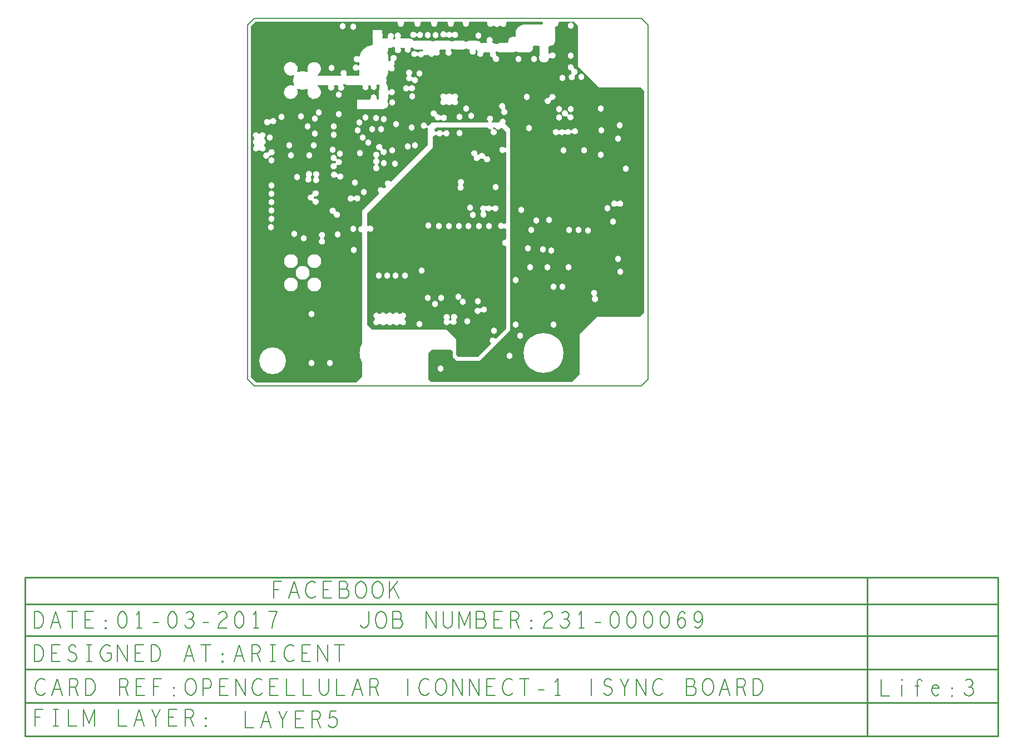
<source format=gbr>
G04 ================== begin FILE IDENTIFICATION RECORD ==================*
G04 Layout Name:  Fb_Connect1_SYNC_Life-3.brd*
G04 Film Name:    L5-PWR.gbr*
G04 File Format:  Gerber RS274X*
G04 File Origin:  Cadence Allegro 16.6-2015-S065*
G04 Origin Date:  Tue Jan 03 17:02:02 2017*
G04 *
G04 Layer:  VIA CLASS/PWR*
G04 Layer:  PIN/PWR*
G04 Layer:  ETCH/PWR*
G04 Layer:  DRAWING FORMAT/L5*
G04 Layer:  DRAWING FORMAT/FILM_LABEL_OUTLINE*
G04 Layer:  BOARD GEOMETRY/OUTLINE*
G04 *
G04 Offset:    (0.000 0.000)*
G04 Mirror:    No*
G04 Mode:      Positive*
G04 Rotation:  0*
G04 FullContactRelief:  No*
G04 UndefLineWidth:     6.000*
G04 ================== end FILE IDENTIFICATION RECORD ====================*
%FSLAX25Y25*MOIN*%
%IR0*IPPOS*OFA0.00000B0.00000*MIA0B0*SFA1.00000B1.00000*%
%ADD10C,.022*%
%ADD11C,.01*%
%ADD12C,.006*%
%ADD16C,.160004*%
%ADD14C,.238666*%
%ADD15C,.083004*%
%ADD13C,.038004*%
G75*
%LPD*%
G75*
G36*
G01X67096Y192094D02*
G02X66407Y191817I-400J0D01*
G03Y189183I-1369J-1317D01*
G02X67096Y188906I288J-277D01*
G01Y186528D01*
G03X67126Y186116I2800J0D01*
G02X66730Y185658I-396J-59D01*
G01X59764D01*
G03X59407Y185635I0J-2800D01*
G01X59357Y185628D01*
X59123Y185718D01*
X59217Y185964D01*
X59240Y185990D01*
G03X56384Y185963I-1440J1240D01*
G02X56207Y185632I-149J-133D01*
G03X55828Y185658I-380J-2774D01*
G01X42568D01*
G02X42348Y186392I0J400D01*
G03X36199Y188386I-2272J3473D01*
G02X35643Y187887I-374J-143D01*
G03X30494I-2574J-5030D01*
G02X29938Y188386I-182J356D01*
G03X27540Y185988I-3877J1480D01*
G02X28039Y185432I143J-374D01*
G03Y180283I5030J-2574D01*
G02X27540Y179727I-356J-182D01*
G03X29938Y177329I-1480J-3878D01*
G02X30494Y177828I374J143D01*
G03X35643I2574J5030D01*
G02X36199Y177329I182J-356D01*
G03X42348Y179323I3877J-1480D01*
G02X42568Y180057I219J335D01*
G01X48177D01*
G02X48538Y179484I0J-400D01*
G03X51962I1712J-824D01*
G02X52323Y180057I360J173D01*
G01X54199D01*
G02X54550Y179466I0J-400D01*
G03X57473Y179989I1670J-906D01*
G02X57498Y180610I264J301D01*
G03X57796Y180866I-1671J2247D01*
G03X59764Y180057I1969J1991D01*
G01X68722D01*
G02X69093Y179510I0J-400D01*
G03X72613Y179544I1767J-700D01*
G02X73046Y180094I369J155D01*
G03X73496Y180057I450J2764D01*
G01X73531D01*
G02X73909Y179526I0J-400D01*
G03X77395Y179774I1796J-621D01*
G02X77750Y180357I356J183D01*
G01X78078D01*
G03X78859Y180483I0J2500D01*
G02X79364Y179978I125J-380D01*
G03X79239Y179196I2375J-782D01*
G01Y178191D01*
G03X78939Y176930I2500J-1261D01*
G01Y172268D01*
G03X78961Y171919I2800J0D01*
G02X78564Y171469I-397J-50D01*
G01X77803D01*
G02X77438Y172031I0J400D01*
G03X73962I-1738J769D01*
G02X73597Y171469I-366J-162D01*
G01X69968D01*
G03X69373Y171405I0J-2800D01*
G01X69352Y171400D01*
X65900D01*
Y165800D01*
X70000D01*
Y165868D01*
X81739D01*
G03X83884Y170468I0J2800D01*
G03X84539Y172268I-2145J1800D01*
G01Y174308D01*
G02X85228Y174585I400J0D01*
G03X84917Y176781I1372J1315D01*
G01X84860Y176674D01*
X84539D01*
Y176930D01*
G03X84239Y178191I-2800J0D01*
G01Y179196D01*
G03X83310Y181142I-2500J0D01*
G02X83244Y181697I251J311D01*
G03Y184018I-1505J1160D01*
G02X83310Y184573I317J244D01*
G03X84239Y186519I-1570J1946D01*
G01Y187078D01*
G03X84539Y188339I-2500J1261D01*
G01Y188863D01*
G02X84909Y188970I200J0D01*
G03X87944Y191238I1607J1015D01*
G02X87941Y191762I301J264D01*
G03X88149Y193944I-1441J1238D01*
G02X88358Y194517I347J199D01*
G03X86051Y195356I-658J1783D01*
G02X85842Y194783I-347J-199D01*
G03X85211Y194396I658J-1783D01*
G02X84539Y194690I-271J294D01*
G01Y197668D01*
G03X83884Y199468I-2800J0D01*
G03X84539Y201268I-2145J1800D01*
G01Y202368D01*
X85896D01*
G03X87696Y203023I0J2800D01*
G03X88435Y202577I1800J2145D01*
G02X88634Y202014I-152J-370D01*
G03X91948Y202045I1666J-914D01*
G01X91936Y202067D01*
X91923Y202116D01*
G02X92116Y202368I193J53D01*
G01X92286D01*
X92320Y202335D01*
X94037D01*
G02X94415Y201804I0J-400D01*
G03X97972Y201893I1795J-624D01*
G02X98239Y202429I371J150D01*
G03X98791Y202640I-721J2706D01*
G02X99053Y202565I91J-178D01*
G03X101456Y201203I2403J1438D01*
G01X105084D01*
G02X105452Y200646I0J-400D01*
G03X105386Y200465I1748J-746D01*
G02X104835Y200222I-382J119D01*
G03X102457Y199565I-804J-1722D01*
G02X101774Y199600I-331J224D01*
G03X101674Y197635I-1674J-900D01*
G02X102357Y197600I331J-224D01*
G03X105845Y197935I1674J900D01*
G02X106396Y198178I382J-119D01*
G03X108068Y198210I804J1722D01*
G02X108608Y198036I183J-356D01*
G03X111869Y197828I1692J864D01*
G02X112426Y197933I330J-226D01*
G03X115066Y200577I1074J1567D01*
G02X115395Y201203I330J227D01*
G01X118735D01*
G02X119065Y200577I0J-400D01*
G03X121985Y200833I1566J-1076D01*
G02X122098Y201474I285J281D01*
G03X122696Y201858I-1203J2529D01*
G03X124496Y201203I1800J2145D01*
G01X129185D01*
G03X131155Y202013I0J2800D01*
G03X133125Y201203I1970J1990D01*
G01X133223D01*
G02X133402Y200913I0J-200D01*
G03X136744Y201012I1698J-853D01*
G01X136679Y201125D01*
X136834Y201338D01*
X136893Y201358D01*
G03X137091Y201436I-920J2645D01*
G03X137956Y200355I2349J993D01*
G02X138049Y199798I-233J-325D01*
G03X141449Y199136I1551J-1098D01*
G02X141839Y199628I389J92D01*
G01X145196D01*
G02X145561Y199067I0J-400D01*
G03X146874Y196448I1739J-767D01*
G02X147180Y196003I-90J-390D01*
G03X149488Y197590I1882J-265D01*
G02X149182Y198035I90J390D01*
G03X148792Y199476I-1882J265D01*
G02X148893Y200062I314J248D01*
G03X149196Y200284I-1497J2366D01*
G03X150996Y199628I1800J2145D01*
G01X159146D01*
G03X160946Y200284I0J2800D01*
G03X162746Y199628I1800J2145D01*
G01X168529D01*
G03X171254Y203073I0J2800D01*
G02X171643Y203565I389J92D01*
G01X174231D01*
G03X174580Y203587I0J2800D01*
G02X175030Y203190I50J-397D01*
G01Y197961D01*
G03X180902Y196205I2800J-1331D01*
G02X181574Y196439I396J-55D01*
G03X181354Y198936I1313J1374D01*
G02X180631Y199172I-323J236D01*
G01Y203141D01*
G02X181098Y203535I400J0D01*
G03X184371Y206295I473J2760D01*
G01Y213423D01*
G03X184291Y214437I-6438J0D01*
G02X184688Y214900I395J63D01*
G03X186510Y217378I12J1900D01*
G02X186891Y217900I381J122D01*
G01X195900D01*
X198100Y215700D01*
Y191300D01*
X210800Y178600D01*
X235900D01*
X237700Y176800D01*
Y43900D01*
X235300Y41500D01*
X209400D01*
X199100Y31200D01*
Y6900D01*
X194700Y2500D01*
X110000D01*
X108400Y4100D01*
Y19800D01*
X110400Y21800D01*
X122000D01*
X123300Y20500D01*
Y17000D01*
X125400Y14900D01*
X139100D01*
X157500Y33300D01*
Y95675D01*
G03Y95725I-1900J25D01*
G01Y153900D01*
X154493Y156907D01*
G03X151202Y158117I-1393J1293D01*
G02X150802Y157700I-400J-17D01*
G01X146848D01*
G02X146610Y158422I0J400D01*
G03X144352I-1129J1528D01*
G02X144114Y157700I-238J-322D01*
G01X110400D01*
X108379Y155679D01*
G02X107697Y155937I-283J283D01*
G03X107287Y154637I-1897J-117D01*
G02X108000Y154388I313J-249D01*
G01Y144100D01*
X86268Y122368D01*
G02X85675Y122398I-283J283D01*
G03X83002Y119725I-1475J-1198D01*
G02X83032Y119132I-252J-310D01*
G01X82154Y118254D01*
G02X81546Y118305I-283J283D01*
G03X78895Y115654I-1546J-1105D01*
G02X78946Y115046I-233J-325D01*
G01X68900Y105000D01*
Y96092D01*
G02X68465Y95693I-400J0D01*
G03Y91907I-165J-1893D01*
G02X68900Y91508I35J-398D01*
G01Y25723D01*
G03Y13733I10318J-5995D01*
G01Y5600D01*
X65400Y2100D01*
X5400D01*
X2100Y5400D01*
Y215200D01*
X4800Y217900D01*
X89883D01*
G02X90251Y217344I0J-400D01*
G03X93749I1749J-744D01*
G02X94117Y217900I368J157D01*
G01X99883D01*
G02X100251Y217344I0J-400D01*
G03X103749I1749J-744D01*
G02X104117Y217900I368J157D01*
G01X109883D01*
G02X110251Y217344I0J-400D01*
G03X113749I1749J-744D01*
G02X114117Y217900I368J157D01*
G01X119883D01*
G02X120251Y217344I0J-400D01*
G03X123749I1749J-744D01*
G02X124117Y217900I368J157D01*
G01X128883D01*
G02X129251Y217344I0J-400D01*
G03X132749I1749J-744D01*
G02X133117Y217900I368J157D01*
G01X143563D01*
G02X143938Y217361I0J-400D01*
G03X147255Y215580I1782J-661D01*
G02X147913Y215562I323J-236D01*
G03X151103Y215571I1592J1038D01*
G02X151763Y215589I336J-216D01*
G03X155086Y217361I1541J1111D01*
G02X155461Y217900I375J139D01*
G01X176792D01*
G02X177182Y217409I0J-400D01*
G03X177100Y216737I3018J-709D01*
G02X176606Y216353I-400J5D01*
G03X175364Y216500I-1242J-5154D01*
G01X166726D01*
G03X162311Y214671I0J-6244D01*
G01X161930Y214290D01*
G03X160700Y211320I2970J-2970D01*
G01Y208969D01*
X159076D01*
G03X156316Y205696I0J-2800D01*
G02X155922Y205229I-394J-67D01*
G01X150996D01*
G03X149196Y204574I0J-2800D01*
G03X147396Y205229I-1800J-2145D01*
G01X146994D01*
G02X146682Y205879I0J400D01*
G03X143718I-1482J1189D01*
G02X143406Y205229I-312J-250D01*
G01X141071D01*
G03X140176Y205082I0J-2800D01*
G03X137865Y206553I-2311J-1078D01*
G01X137130D01*
X137092Y206570D01*
G03X135973Y206804I-1119J-2567D01*
G01X133125D01*
G03X131155Y205993I0J-2800D01*
G03X129185Y206804I-1970J-1990D01*
G01X124496D01*
G03X122696Y206148I0J-2800D01*
G03X120896Y206804I-1800J-2145D01*
G01X112996D01*
G03X111196Y206148I0J-2800D01*
G03X109396Y206804I-1800J-2145D01*
G01X101455D01*
G03X100184Y206498I0J-2800D01*
G02X99921Y206573I-91J178D01*
G03X97519Y207935I-2403J-1438D01*
G01X93877D01*
X93849Y207940D01*
G03X93435Y207969I-403J-2771D01*
G01X92076D01*
G02X91750Y208600I0J400D01*
G03X88762Y208458I-1550J1100D01*
G02X88589Y207818I-303J-261D01*
G03X87696Y207314I907J-2649D01*
G03X87455Y207494I-1800J-2145D01*
G02X87386Y208100I223J332D01*
G03X84302Y208548I-1386J1300D01*
G02X83944Y207969I-358J-179D01*
G01X81739D01*
G03X81341Y207940I0J-2800D01*
G02X80884Y208338I-57J396D01*
G01X80885Y208603D01*
X80902Y208641D01*
G03X80897Y211172I-2833J1259D01*
G01X80904Y212900D01*
X78851D01*
X78827Y212906D01*
G03X77312I-757J-3006D01*
G01X77288Y212900D01*
X75305D01*
X75298Y211290D01*
X75278Y211249D01*
G03X75285Y208536I2791J-1349D01*
G01X75269Y205009D01*
G03X75314Y204509I2800J0D01*
G02X74953Y204039I-394J-71D01*
G03X69587Y201552I710J-8565D01*
G01X69587Y201551D01*
G03X67302Y197402I6014J-6014D01*
G02X66684Y197161I-390J88D01*
G03X66505Y193929I-1084J-1561D01*
G02X67096Y193578I191J-352D01*
G01Y192094D01*
G37*
G36*
G01X154876Y97457D02*
G03X154200Y96985I724J-1757D01*
G02X153597Y97001I-295J271D01*
G03X153530Y94507I-1466J-1209D01*
G02X154134Y94491I295J-271D01*
G03X154876Y93943I1466J1209D01*
G01X155000Y93892D01*
Y88031D01*
G02X154588Y87631I-400J0D01*
G03Y83832I-57J-1899D01*
G02X155000Y83432I12J-400D01*
G01Y34000D01*
X149218Y28218D01*
G02X148607Y28273I-283J283D01*
G03X145962Y25629I-1561J-1083D01*
G02X146017Y25017I-228J-329D01*
G01X138300Y17300D01*
X126400D01*
X125300Y18400D01*
Y27800D01*
X119500Y33600D01*
X97619D01*
G03X97581I-19J-1900D01*
G01X74900D01*
X71800Y36700D01*
Y92356D01*
G02X72461Y92659I400J0D01*
G03Y95541I1239J1441D01*
G02X71800Y95844I-261J303D01*
G01Y103500D01*
X111000Y142700D01*
Y148905D01*
G02X111374Y149304I400J0D01*
G03X112902Y150261I-124J1896D01*
G02X113598I348J-198D01*
G03X116902I1652J939D01*
G02X117598I348J-198D01*
G03Y152139I1652J939D01*
G02X116902I-348J198D01*
G03X113598I-1652J-939D01*
G02X112902I-348J198D01*
G03X112124Y152887I-1652J-939D01*
G02X112025Y153525I184J355D01*
G01X113200Y154700D01*
X143927D01*
G03X145755Y153706I1674J900D01*
G02X146108Y153068I33J-399D01*
G03X147475Y153824I1522J-1137D01*
G02X147122Y154463I-33J399D01*
G03X147274Y154700I-1522J1137D01*
G01X148392D01*
X148443Y154576D01*
G03X151843Y154346I1757J724D01*
G02X152472Y154428I346J-201D01*
G01X155000Y151900D01*
Y142871D01*
G02X154310Y142596I-400J0D01*
G03Y139981I-1379J-1307D01*
G02X155000Y139706I290J-275D01*
G01Y97508D01*
X154876Y97457D01*
G37*
%LPC*%
G75*
G36*
G01X45803Y88026D02*
G02X43771Y88010I-1003J-1614D01*
G03X43766Y88686I-217J336D01*
G02X45797Y88702I1003J1614D01*
G03X45803Y88026I217J-336D01*
G37*
G36*
G01X40372Y112104D02*
G02X39086Y110561I596J-1804D01*
G03X38565Y110996I-396J55D01*
G02Y114604I-596J1804D01*
G03X39086Y115039I126J380D01*
G02X40372Y113496I1882J261D01*
G03X39851Y113061I-126J-380D01*
G02Y112539I-1882J-261D01*
G03X40372Y112104I396J-55D01*
G37*
G36*
G01X63659Y111190D02*
G02X63569Y113205I-1654J935D01*
G03X64246Y113235I329J227D01*
G02X64336Y111220I1654J-935D01*
G03X63659Y111190I-329J-227D01*
G37*
G36*
G01X54518Y126774D02*
G02X53910Y124795I1219J-1458D01*
G03X53268Y124992I-385J-110D01*
G02X53877Y126971I-1219J1458D01*
G03X54518Y126774I385J110D01*
G37*
G36*
G01X78239Y132052D02*
G02X76361I-939J-1652D01*
G03Y132748I-198J348D01*
G02Y136052I939J1652D01*
G03Y136748I-198J348D01*
G02X78239I939J1652D01*
G03Y136052I198J-348D01*
G02Y132748I-939J-1652D01*
G03Y132052I198J-348D01*
G37*
G36*
G01X53568Y131800D02*
G02X52517Y133166I-1868J-350D01*
G03X53082Y133600I172J361D01*
G02X53078Y134279I1868J350D01*
G03X52522Y134714I-394J69D01*
G02X53622Y136121I-772J1736D01*
G03X54178Y135686I394J-69D01*
G02X54133Y132234I772J-1736D01*
G03X53568Y131800I-172J-361D01*
G37*
G36*
G01X81324Y141863D02*
G02X79902Y140616I376J-1863D01*
G03X79445Y141137I-378J130D01*
G02X80866Y142384I-376J1863D01*
G03X81324Y141863I378J-130D01*
G37*
G36*
G01X6852Y141161D02*
G02X4261Y143752I-1652J939D01*
G03Y144448I-198J348D01*
G02Y147752I939J1652D01*
G03Y148448I-198J348D01*
G02X6852Y151039I939J1652D01*
G03X7548I348J198D01*
G02X10139Y148448I1652J-939D01*
G03Y147752I198J-348D01*
G02Y144448I-939J-1652D01*
G03Y143752I198J-348D01*
G02X7548Y141161I-939J-1652D01*
G03X6852I-348J-198D01*
G37*
G36*
G01X186428Y150771D02*
G02Y153029I-1528J1129D01*
G03X187072I322J238D01*
G02X190022Y153161I1528J-1129D01*
G03X190648Y153196I299J265D01*
G02X193831Y153074I1552J-1096D01*
G03X194544Y153127I343J205D01*
G02X194669Y151426I1756J-727D01*
G03X193956Y151373I-343J-205D01*
G02X190778Y150839I-1756J727D01*
G03X190152Y150804I-299J-265D01*
G02X187072Y150771I-1552J1096D01*
G03X186428I-322J-238D01*
G37*
G36*
G01X192731Y162453D02*
G02X191797Y161130I937J-1653D01*
G03X191206Y161547I-394J69D01*
G02X192140Y162870I-937J1653D01*
G03X192731Y162453I394J-69D01*
G37*
G36*
G01X101863Y211064D02*
G02X101822Y209208I1637J-964D01*
G03X101124Y209223I-353J-188D01*
G02X101165Y211079I-1637J964D01*
G03X101863Y211064I353J188D01*
G37*
G36*
G01X207058Y53345D02*
G03X206958Y53984I-283J283D01*
G02X209167Y54330I867J1691D01*
G03X209267Y53691I283J-283D01*
G02X207058Y53345I-867J-1691D01*
G37*
G36*
G01X53039Y104800D02*
G03X53484Y104388I400J-15D01*
G02X51801Y102570I216J-1888D01*
G03X51356Y102982I-400J15D01*
G02X53039Y104800I-216J1888D01*
G37*
G36*
G01X221966Y107867D02*
G03X221358I-304J-260D01*
G02Y110333I-1446J1233D01*
G03X221966I304J260D01*
G02Y107867I1446J-1233D01*
G37*
G36*
G01X42491Y125219D02*
G03X42473Y124610I251J-312D01*
G02X40009Y124681I-1273J-1410D01*
G03X40027Y125290I-251J312D01*
G02X42491Y125219I1273J1410D01*
G37*
G36*
G01X35370Y125049D02*
G03X35422Y125605I-259J305D01*
G02X38130Y125351I1478J1195D01*
G03X38078Y124795I259J-305D01*
G02X35370Y125049I-1478J-1195D01*
G37*
G36*
G01X13818Y138141D02*
G03X13267Y137788I-151J-370D01*
G02X12088Y139627I-1898J81D01*
G03X12638Y139981I151J370D01*
G02X13818Y138141I1898J-81D01*
G37*
G36*
G01X14177Y157136D02*
G03X13545Y157037I-279J-287D01*
G02X13192Y159295I-1677J894D01*
G03X13823Y159394I279J287D01*
G02X14177Y157136I1677J-894D01*
G37*
G36*
G01X115752Y161796D02*
G03X116378Y161761I327J231D01*
G02X116248Y159404I1422J-1261D01*
G03X115622Y159439I-327J-231D01*
G02X112302Y160790I-1422J1261D01*
G03X111867Y161207I-400J19D01*
G02X113598Y163010I-167J1893D01*
G03X114033Y162593I400J-19D01*
G02X115752Y161796I167J-1893D01*
G37*
G36*
G01X154328Y166422D02*
G03X154547Y165820I335J-219D01*
G02X152410Y165040I-547J-1820D01*
G03X152190Y165642I-335J219D01*
G02X154328Y166422I547J1820D01*
G37*
G36*
G01X119554Y168567D02*
G03X118946I-304J-260D01*
G02X116267Y171246I-1446J1233D01*
G03Y171854I-260J304D01*
G02X118946Y174533I1233J1446D01*
G03X119554I304J260D01*
G02X122446I1446J-1233D01*
G03X123054I304J260D01*
G02X125733Y171854I1446J-1233D01*
G03Y171246I260J-304D01*
G02X123054Y168567I-1233J-1446D01*
G03X122446I-304J-260D01*
G02X119554I-1446J1233D01*
G37*
G36*
G01X182388Y171152D02*
G03X181896Y170737I-93J-389D01*
G02X180442Y172460I-1896J-125D01*
G03X180935Y172875I93J389D01*
G02X182388Y171152I1896J125D01*
G37*
G36*
G01X97290Y176927D02*
G03X96681Y176909I-297J-268D01*
G02X96610Y179373I-1481J1191D01*
G03X97219Y179391I297J268D01*
G02X97290Y176927I1481J-1191D01*
G37*
G36*
G01X98801Y184806D02*
G03X99410Y184606I379J128D01*
G02X98699Y182444I1090J-1556D01*
G03X98090Y182644I-379J-128D01*
G02X95720Y185604I-1090J1556D01*
G03Y186196I-269J296D01*
G02X98280I1280J1404D01*
G03Y185604I269J-296D01*
G02X98801Y184806I-1280J-1404D01*
G37*
G36*
G01X196494Y186141D02*
G03X196211Y185590I83J-391D01*
G02X194074Y186690I-1742J-759D01*
G03X194358Y187241I-83J391D01*
G02X194236Y188372I1742J759D01*
G03X193845Y188850I-392J78D01*
G02X195714Y190378I5J1900D01*
G03X196105Y189900I392J-78D01*
G02X196494Y186141I-5J-1900D01*
G37*
G36*
G01X123054Y208967D02*
G03X122446I-304J-260D01*
G02X119484Y209054I-1446J1233D01*
G03X118876Y209089I-319J-241D01*
G02X119016Y211546I-1375J1311D01*
G03X119624Y211511I319J241D01*
G02X122446Y211433I1376J-1311D01*
G03X123054I304J260D01*
G02Y208967I1446J-1233D01*
G37*
G36*
G01X135715Y136977D02*
G03X135450Y137481I-381J121D01*
G02X137810Y138723I551J1819D01*
G03X138076Y138219I381J-121D01*
G02X138288Y138141I-550J-1819D01*
G03X138821Y138367I159J367D01*
G02X142496Y137828I1779J-667D01*
G03X143035Y137480I399J27D01*
G02X141804Y135572I665J-1780D01*
G03X141265Y135920I-399J-27D01*
G02X139839Y135959I-665J1780D01*
G03X139304Y135733I-160J-367D01*
G02X135708Y135844I-1779J667D01*
G02X135715Y136977I1817J556D01*
G37*
G36*
G01X129250Y120569D02*
G03X129221Y119995I263J-301D01*
G02X126580Y120131I-1390J-1295D01*
G03X126610Y120705I-263J301D01*
G02X129250Y120569I1390J1295D01*
G37*
G36*
G01X140453Y44322D02*
G03X139806Y44191I-279J-287D01*
G02X139380Y46290I-1751J738D01*
G03X140028Y46422I279J287D01*
G02X140453Y44322I1751J-738D01*
G37*
G36*
G01X142596Y104152D02*
G02X140239Y104021I-1096J-1552D01*
G03X140204Y104648I-265J299D01*
G02X142653Y107534I1096J1552D01*
G03X143239Y107552I285J281D01*
G02X146321Y107239I1430J-1252D01*
G03X147016I348J198D01*
G02Y105361I1652J-939D01*
G03X146321I-348J-198D01*
G02X143316Y104966I-1652J939D01*
G03X142730Y104948I-285J-281D01*
G02X142561Y104779I-1430J1251D01*
G03X142596Y104152I265J-299D01*
G37*
G36*
G01X121214Y37381D02*
G02X118059Y39439I-1714J819D01*
G03Y39961I-303J261D01*
G02X120941I1441J1239D01*
G03Y39439I303J-261D01*
G02X121172Y39102I-1441J-1239D01*
G03X121886Y39119I352J190D01*
G02X122296Y39682I1715J-819D01*
G03X122348Y40204I-275J291D01*
G02X125204Y39918I1552J1096D01*
G03X125152Y39396I275J-291D01*
G02X121928Y37398I-1552J-1096D01*
G03X121214Y37381I-352J-190D01*
G37*
G36*
G01X79029Y37151D02*
G02X76438Y39742I-1652J939D01*
G03Y40438I-198J348D01*
G02X79029Y43028I939J1652D01*
G03X79724I348J198D01*
G02X83029I1652J-939D01*
G03X83724I348J198D01*
G02X87029I1652J-939D01*
G03X87724I348J198D01*
G02X91029I1652J-939D01*
G03X91724I348J198D01*
G02X94315Y40438I1652J-939D01*
G03Y39742I198J-348D01*
G02X91724Y37151I-939J-1652D01*
G03X91029I-348J-198D01*
G02X87724I-1652J939D01*
G03X87029I-348J-198D01*
G02X83724I-1652J939D01*
G03X83029I-348J-198D01*
G02X79724I-1652J939D01*
G03X79029I-348J-198D01*
G37*
G54D16*
X15000Y15000D03*
G54D14*
X177643Y19728D03*
G54D15*
X40076Y74550D03*
X33068Y67542D03*
X40076Y60535D03*
X26061Y74550D03*
Y60535D03*
G54D13*
X223080Y155890D03*
X212000Y153200D03*
X211980Y166153D03*
X222200Y147900D03*
X211869Y138532D03*
X226742Y129958D03*
X215789Y106211D03*
X219000Y98300D03*
X223331Y68331D03*
X222000Y76000D03*
X200190Y185012D03*
X201800Y140900D03*
X198331Y93300D03*
X204280Y93162D03*
X193713Y215587D03*
Y197813D03*
X188968Y184400D03*
X186668Y160800D03*
Y165800D03*
X193668D03*
X189468Y140988D03*
X180978Y99222D03*
X192731Y93300D03*
X179689Y70911D03*
X182248Y81052D03*
X192484Y71016D03*
X183500Y59500D03*
X188700Y59300D03*
X183468Y36700D03*
X162336Y195738D03*
X171768D03*
X167600Y172900D03*
X168957Y154247D03*
X164031Y105506D03*
X170031Y93300D03*
X173300Y99124D03*
X169453Y70947D03*
X177130Y81600D03*
X168100Y82450D03*
X160668Y63400D03*
X160968Y36700D03*
X163600Y29900D03*
X157158Y18090D03*
X138500Y209600D03*
X134000Y161800D03*
X131100Y166000D03*
X127200Y161200D03*
X112900Y210100D03*
X115679Y10340D03*
X108300Y210200D03*
X103300Y186900D03*
X98700Y173350D03*
X98600Y154850D03*
X96235Y143235D03*
X100518Y143999D03*
X86950Y169550D03*
X77144Y160456D03*
X89000Y156800D03*
X80105Y153850D03*
X81700Y159800D03*
X86700Y141100D03*
X88500Y133000D03*
X81700Y133400D03*
X63550Y215000D03*
X67200Y157800D03*
X74700Y153700D03*
X66000Y153100D03*
X70800Y160800D03*
X67650Y139350D03*
X72605Y145850D03*
X69300Y148800D03*
X64400Y121600D03*
X69800Y116200D03*
X63400Y93950D03*
X63700Y81500D03*
X57224Y215224D03*
X50501Y190500D03*
X54824Y174476D03*
X51900Y155300D03*
X54824Y162861D03*
X42717Y163783D03*
X55400Y138950D03*
X51050Y141450D03*
X51900Y150300D03*
X54100Y90700D03*
X49527Y13803D03*
X36217Y155402D03*
X40500Y160000D03*
X32000Y161500D03*
X40500Y150900D03*
X39887Y143900D03*
X25300Y143950D03*
X37000Y138000D03*
X26000D03*
X29800Y125200D03*
X33768Y88500D03*
X28047Y91100D03*
X38500Y42900D03*
X38527Y13808D03*
X20500Y161000D03*
X13500Y148600D03*
X14537Y134900D03*
Y119900D03*
Y114900D03*
Y109900D03*
Y104900D03*
X14300Y95132D03*
X14537Y99900D03*
X88877Y66064D03*
X83677Y65990D03*
X78877Y66090D03*
X103268Y37183D03*
X94468Y66000D03*
X108177Y52743D03*
X104577Y69037D03*
X108418Y96182D03*
X112588Y48899D03*
X116076Y52857D03*
X126415Y53390D03*
X114831Y95792D03*
X120831Y95818D03*
X131777Y38790D03*
X129327Y50290D03*
X138027Y50643D03*
X126868Y95792D03*
X132468D03*
X138831Y95818D03*
X133550Y106750D03*
X135200Y102300D03*
X127100Y151400D03*
X147930Y33000D03*
X144668Y95792D03*
X148900Y119100D03*
%LPD*%
G75*
G54D10*
X5400Y124800D03*
Y128800D03*
X24900Y104300D03*
X13400Y124800D03*
X9400D03*
Y128800D03*
X13400D03*
X32600Y43600D03*
Y39600D03*
X36000Y85532D03*
X27800Y106700D03*
X27900Y102200D03*
X29500Y139500D03*
X40000D03*
X27724Y162500D03*
X50269Y82100D03*
X51770Y165630D03*
X56300Y198000D03*
X46500Y207800D03*
X59300Y115753D03*
X67100Y131600D03*
Y127600D03*
X60300Y197900D03*
X70500Y213600D03*
X79977Y95890D03*
X84477Y91190D03*
X79977D03*
X89477D03*
Y96190D03*
X84477Y95890D03*
X79977Y100590D03*
X89477Y100890D03*
X84477Y100590D03*
X80136Y150100D03*
X87800Y179500D03*
X90500Y177300D03*
X104300Y82500D03*
X94377Y86190D03*
X107500Y88700D03*
X104177Y86190D03*
X99477Y91190D03*
X94477D03*
X104177D03*
X99477Y96190D03*
X94477D03*
X99577Y86190D03*
X107400Y84700D03*
X94477Y100890D03*
X99477D03*
X103382Y150462D03*
X109300Y174000D03*
X98700Y167700D03*
X121177Y15390D03*
Y19321D03*
X125500Y106000D03*
X125600Y109000D03*
X124200Y135800D03*
Y139800D03*
X122600Y161200D03*
X117100Y199400D03*
X127177Y19321D03*
X139911Y31624D03*
X133377Y18990D03*
X128900Y106000D03*
Y109100D03*
X128200Y135800D03*
Y139800D03*
X133200Y150900D03*
X131950Y198900D03*
X141746Y216700D03*
X135165D03*
X159768Y49000D03*
X159700Y52700D03*
X158931Y92500D03*
X145481Y165600D03*
X145000Y171300D03*
X144200Y188100D03*
X156500Y211400D03*
X159600D03*
X172468Y36700D03*
X166968D03*
X163668Y49000D03*
X163600Y52700D03*
X175531Y93000D03*
X164431D03*
X168957Y160247D03*
Y166153D03*
X188968Y36700D03*
X177968D03*
X186531Y93000D03*
X181031D03*
X183968Y140988D03*
X190900Y189200D03*
X194468Y36700D03*
X201370Y51970D03*
X195190Y140988D03*
X203100Y173600D03*
X199100D03*
X217772Y116800D03*
X211980Y160247D03*
X231811Y115689D03*
G54D11*
G01X-133069Y-114500D02*
X371600D01*
Y-209700D01*
X-133069D01*
G01Y-114500D02*
Y-209700D01*
G01Y-189700D02*
X449900D01*
G01X-133069Y-169700D02*
X449900D01*
G01X-133069Y-149700D02*
X449900D01*
G01X-133069Y-130500D02*
X449900D01*
G01X371600Y-114500D02*
X449900D01*
Y-209700D01*
X371600D01*
G54D12*
G01X-127194Y-203500D02*
Y-193500D01*
X-122444D01*
G01X-124194Y-198333D02*
X-127194D01*
G01X-116319Y-193500D02*
X-113320D01*
G01X-114819D02*
Y-203500D01*
G01X-116319D02*
X-113320D01*
G01X-107319Y-193500D02*
Y-203500D01*
X-102319D01*
G01X-98069D02*
Y-193500D01*
X-94819Y-201833D01*
X-91569Y-193500D01*
Y-203500D01*
G01X-77319Y-193500D02*
Y-203500D01*
X-72319D01*
G01X-67944D02*
X-64819Y-193500D01*
X-61694Y-203500D01*
G01X-62819Y-200000D02*
X-66819D01*
G01X-54819Y-203500D02*
Y-199000D01*
X-57319Y-193500D01*
G01X-52319D02*
X-54819Y-199000D01*
G01X-42319Y-203500D02*
X-47319D01*
Y-193500D01*
X-42319D01*
G01X-44319Y-198333D02*
X-47319D01*
G01X-37319Y-203500D02*
Y-193500D01*
X-34194D01*
X-33194Y-194000D01*
X-32569Y-194667D01*
X-32319Y-196000D01*
X-32569Y-197333D01*
X-33319Y-198167D01*
X-34194Y-198667D01*
X-37319D01*
G01X-34194D02*
X-32319Y-203500D01*
G01X-24819Y-203833D02*
X-25069Y-203667D01*
Y-203333D01*
X-24819Y-203167D01*
X-24569Y-203333D01*
Y-203667D01*
X-24819Y-203833D01*
G01Y-199334D02*
X-25069Y-199167D01*
Y-198833D01*
X-24819Y-198667D01*
X-24569Y-198833D01*
Y-199167D01*
X-24819Y-199334D01*
G01X-127569Y-165000D02*
Y-155000D01*
X-125069D01*
X-124069Y-155500D01*
X-123319Y-156167D01*
X-122694Y-157166D01*
X-122194Y-158334D01*
X-122069Y-160000D01*
X-122194Y-161667D01*
X-122694Y-162834D01*
X-123319Y-163834D01*
X-124069Y-164500D01*
X-125069Y-165000D01*
X-127569D01*
G01X-112319D02*
X-117319D01*
Y-155000D01*
X-112319D01*
G01X-114319Y-159833D02*
X-117319D01*
G01X-107444Y-163667D02*
X-106444Y-164500D01*
X-105319Y-165000D01*
X-104319D01*
X-103319Y-164500D01*
X-102569Y-163667D01*
X-102194Y-162500D01*
X-102444Y-161334D01*
X-103069Y-160333D01*
X-104194Y-159667D01*
X-105694Y-159333D01*
X-106569Y-158667D01*
X-106944Y-157500D01*
X-106694Y-156333D01*
X-106069Y-155500D01*
X-105194Y-155000D01*
X-104319D01*
X-103444Y-155333D01*
X-102694Y-156167D01*
G01X-96319Y-155000D02*
X-93320D01*
G01X-94819D02*
Y-165000D01*
G01X-96319D02*
X-93320D01*
G01X-84069Y-160000D02*
X-81569D01*
Y-163000D01*
X-82319Y-164000D01*
X-83194Y-164667D01*
X-84444Y-165000D01*
X-85694Y-164667D01*
X-86569Y-164000D01*
X-87319Y-163000D01*
X-87820Y-161833D01*
X-88069Y-160500D01*
Y-159333D01*
X-87820Y-158334D01*
X-87319Y-157166D01*
X-86569Y-156167D01*
X-85819Y-155500D01*
X-84819Y-155000D01*
X-83944D01*
X-82944Y-155333D01*
X-82194Y-156000D01*
G01X-77694Y-165000D02*
Y-155000D01*
X-71944Y-165000D01*
Y-155000D01*
G01X-62319Y-165000D02*
X-67319D01*
Y-155000D01*
X-62319D01*
G01X-64319Y-159833D02*
X-67319D01*
G01X-57569Y-165000D02*
Y-155000D01*
X-55069D01*
X-54069Y-155500D01*
X-53319Y-156167D01*
X-52694Y-157166D01*
X-52194Y-158334D01*
X-52069Y-160000D01*
X-52194Y-161667D01*
X-52694Y-162834D01*
X-53319Y-163834D01*
X-54069Y-164500D01*
X-55069Y-165000D01*
X-57569D01*
G01X-37944D02*
X-34819Y-155000D01*
X-31694Y-165000D01*
G01X-32819Y-161500D02*
X-36819D01*
G01X-24819Y-155000D02*
Y-165000D01*
G01X-27694Y-155000D02*
X-21944D01*
G01X-14819Y-165333D02*
X-15069Y-165167D01*
Y-164833D01*
X-14819Y-164667D01*
X-14569Y-164833D01*
Y-165167D01*
X-14819Y-165333D01*
G01Y-160834D02*
X-15069Y-160667D01*
Y-160333D01*
X-14819Y-160167D01*
X-14569Y-160333D01*
Y-160667D01*
X-14819Y-160834D01*
G01X-7944Y-165000D02*
X-4819Y-155000D01*
X-1694Y-165000D01*
G01X-2819Y-161500D02*
X-6819D01*
G01X2681Y-165000D02*
Y-155000D01*
X5806D01*
X6806Y-155500D01*
X7431Y-156167D01*
X7681Y-157500D01*
X7431Y-158833D01*
X6681Y-159667D01*
X5806Y-160167D01*
X2681D01*
G01X5806D02*
X7681Y-165000D01*
G01X13681Y-155000D02*
X16680D01*
G01X15181D02*
Y-165000D01*
G01X13681D02*
X16680D01*
G01X27931Y-155834D02*
X27181Y-155333D01*
X26306Y-155000D01*
X25306D01*
X24181Y-155500D01*
X23306Y-156333D01*
X22681Y-157333D01*
X22180Y-159000D01*
X22056Y-160500D01*
X22306Y-162000D01*
X22681Y-163000D01*
X23431Y-164000D01*
X24306Y-164667D01*
X25181Y-165000D01*
X26056D01*
X26931Y-164667D01*
X27681Y-164167D01*
X28306Y-163500D01*
G01X37681Y-165000D02*
X32681D01*
Y-155000D01*
X37681D01*
G01X35681Y-159833D02*
X32681D01*
G01X42306Y-165000D02*
Y-155000D01*
X48056Y-165000D01*
Y-155000D01*
G01X55181D02*
Y-165000D01*
G01X52306Y-155000D02*
X58056D01*
G01X-127569Y-145000D02*
Y-135000D01*
X-125069D01*
X-124069Y-135500D01*
X-123319Y-136167D01*
X-122694Y-137166D01*
X-122194Y-138334D01*
X-122069Y-140000D01*
X-122194Y-141667D01*
X-122694Y-142834D01*
X-123319Y-143834D01*
X-124069Y-144500D01*
X-125069Y-145000D01*
X-127569D01*
G01X-117944D02*
X-114819Y-135000D01*
X-111694Y-145000D01*
G01X-112819Y-141500D02*
X-116819D01*
G01X-104819Y-135000D02*
Y-145000D01*
G01X-107694Y-135000D02*
X-101944D01*
G01X-92319Y-145000D02*
X-97319D01*
Y-135000D01*
X-92319D01*
G01X-94319Y-139833D02*
X-97319D01*
G01X-84819Y-145333D02*
X-85069Y-145167D01*
Y-144833D01*
X-84819Y-144667D01*
X-84569Y-144833D01*
Y-145167D01*
X-84819Y-145333D01*
G01Y-140834D02*
X-85069Y-140667D01*
Y-140333D01*
X-84819Y-140167D01*
X-84569Y-140333D01*
Y-140667D01*
X-84819Y-140834D01*
G01X-74819Y-135000D02*
X-75819Y-135333D01*
X-76569Y-136167D01*
X-77069Y-137166D01*
X-77444Y-138500D01*
X-77569Y-140000D01*
X-77444Y-141500D01*
X-77069Y-142834D01*
X-76569Y-143834D01*
X-75819Y-144667D01*
X-74819Y-145000D01*
X-73819Y-144667D01*
X-73069Y-143834D01*
X-72569Y-142834D01*
X-72194Y-141500D01*
X-72069Y-140000D01*
X-72194Y-138500D01*
X-72569Y-137166D01*
X-73069Y-136167D01*
X-73819Y-135333D01*
X-74819Y-135000D01*
G01X-64819Y-145000D02*
Y-135000D01*
X-66319Y-137000D01*
G01Y-145000D02*
X-63320D01*
G01X-56444Y-141667D02*
X-53194D01*
G01X-44819Y-135000D02*
X-45819Y-135333D01*
X-46569Y-136167D01*
X-47069Y-137166D01*
X-47444Y-138500D01*
X-47569Y-140000D01*
X-47444Y-141500D01*
X-47069Y-142834D01*
X-46569Y-143834D01*
X-45819Y-144667D01*
X-44819Y-145000D01*
X-43819Y-144667D01*
X-43069Y-143834D01*
X-42569Y-142834D01*
X-42194Y-141500D01*
X-42069Y-140000D01*
X-42194Y-138500D01*
X-42569Y-137166D01*
X-43069Y-136167D01*
X-43819Y-135333D01*
X-44819Y-135000D01*
G01X-37569Y-143000D02*
X-36819Y-144167D01*
X-35819Y-144833D01*
X-34694Y-145000D01*
X-33694Y-144833D01*
X-32694Y-144000D01*
X-32069Y-143000D01*
X-31944Y-142000D01*
X-32194Y-140834D01*
X-33069Y-140000D01*
X-33944Y-139667D01*
X-35069D01*
G01X-33944D02*
X-33194Y-139167D01*
X-32569Y-138334D01*
X-32319Y-137333D01*
X-32569Y-136333D01*
X-33194Y-135500D01*
X-34319Y-135000D01*
X-35444Y-135167D01*
X-36569Y-135834D01*
G01X-26444Y-141667D02*
X-23194D01*
G01X-17194Y-136667D02*
X-16444Y-135667D01*
X-15569Y-135167D01*
X-14569Y-135000D01*
X-13319Y-135333D01*
X-12444Y-136167D01*
X-12194Y-137166D01*
X-12319Y-138167D01*
X-12819Y-139000D01*
X-15319Y-140667D01*
X-16444Y-141833D01*
X-17194Y-143500D01*
X-17444Y-145000D01*
X-12194D01*
G01X-4819Y-135000D02*
X-5819Y-135333D01*
X-6569Y-136167D01*
X-7069Y-137166D01*
X-7444Y-138500D01*
X-7569Y-140000D01*
X-7444Y-141500D01*
X-7069Y-142834D01*
X-6569Y-143834D01*
X-5819Y-144667D01*
X-4819Y-145000D01*
X-3819Y-144667D01*
X-3069Y-143834D01*
X-2569Y-142834D01*
X-2194Y-141500D01*
X-2069Y-140000D01*
X-2194Y-138500D01*
X-2569Y-137166D01*
X-3069Y-136167D01*
X-3819Y-135333D01*
X-4819Y-135000D01*
G01X5181Y-145000D02*
Y-135000D01*
X3681Y-137000D01*
G01Y-145000D02*
X6680D01*
G01X14931D02*
X15181Y-142834D01*
X15556Y-141000D01*
X16056Y-139333D01*
X16681Y-137500D01*
X17681Y-135000D01*
X12681D01*
G01X-121200Y-176034D02*
X-121950Y-175533D01*
X-122825Y-175200D01*
X-123825D01*
X-124950Y-175700D01*
X-125825Y-176533D01*
X-126450Y-177533D01*
X-126950Y-179200D01*
X-127075Y-180700D01*
X-126825Y-182200D01*
X-126450Y-183200D01*
X-125700Y-184200D01*
X-124825Y-184867D01*
X-123950Y-185200D01*
X-123075D01*
X-122200Y-184867D01*
X-121450Y-184367D01*
X-120825Y-183700D01*
G01X-117075Y-185200D02*
X-113950Y-175200D01*
X-110825Y-185200D01*
G01X-111950Y-181700D02*
X-115950D01*
G01X-106450Y-185200D02*
Y-175200D01*
X-103325D01*
X-102325Y-175700D01*
X-101700Y-176367D01*
X-101450Y-177700D01*
X-101700Y-179033D01*
X-102450Y-179867D01*
X-103325Y-180367D01*
X-106450D01*
G01X-103325D02*
X-101450Y-185200D01*
G01X-96700D02*
Y-175200D01*
X-94200D01*
X-93200Y-175700D01*
X-92450Y-176367D01*
X-91825Y-177366D01*
X-91325Y-178534D01*
X-91200Y-180200D01*
X-91325Y-181867D01*
X-91825Y-183034D01*
X-92450Y-184034D01*
X-93200Y-184700D01*
X-94200Y-185200D01*
X-96700D01*
G01X-76450D02*
Y-175200D01*
X-73325D01*
X-72325Y-175700D01*
X-71700Y-176367D01*
X-71450Y-177700D01*
X-71700Y-179033D01*
X-72450Y-179867D01*
X-73325Y-180367D01*
X-76450D01*
G01X-73325D02*
X-71450Y-185200D01*
G01X-61450D02*
X-66450D01*
Y-175200D01*
X-61450D01*
G01X-63450Y-180033D02*
X-66450D01*
G01X-56325Y-185200D02*
Y-175200D01*
X-51575D01*
G01X-53325Y-180033D02*
X-56325D01*
G01X-43950Y-185533D02*
X-44200Y-185367D01*
Y-185033D01*
X-43950Y-184867D01*
X-43700Y-185033D01*
Y-185367D01*
X-43950Y-185533D01*
G01Y-181034D02*
X-44200Y-180867D01*
Y-180533D01*
X-43950Y-180367D01*
X-43700Y-180533D01*
Y-180867D01*
X-43950Y-181034D01*
G01X-33950Y-185200D02*
X-34950Y-185033D01*
X-35825Y-184367D01*
X-36575Y-183367D01*
X-37075Y-182200D01*
X-37325Y-180867D01*
Y-179533D01*
X-37075Y-178200D01*
X-36575Y-177033D01*
X-35825Y-176034D01*
X-34950Y-175367D01*
X-33950Y-175200D01*
X-32950Y-175367D01*
X-32075Y-176034D01*
X-31325Y-177033D01*
X-30825Y-178200D01*
X-30575Y-179533D01*
Y-180867D01*
X-30825Y-182200D01*
X-31325Y-183367D01*
X-32075Y-184367D01*
X-32950Y-185033D01*
X-33950Y-185200D01*
G01X-26450D02*
Y-175200D01*
X-23450D01*
X-22450Y-175700D01*
X-21700Y-176867D01*
X-21450Y-178200D01*
X-21700Y-179533D01*
X-22325Y-180533D01*
X-23450Y-181034D01*
X-26450D01*
G01X-11450Y-185200D02*
X-16450D01*
Y-175200D01*
X-11450D01*
G01X-13450Y-180033D02*
X-16450D01*
G01X-6825Y-185200D02*
Y-175200D01*
X-1075Y-185200D01*
Y-175200D01*
G01X8800Y-176034D02*
X8050Y-175533D01*
X7175Y-175200D01*
X6175D01*
X5050Y-175700D01*
X4175Y-176533D01*
X3550Y-177533D01*
X3050Y-179200D01*
X2925Y-180700D01*
X3175Y-182200D01*
X3550Y-183200D01*
X4300Y-184200D01*
X5175Y-184867D01*
X6050Y-185200D01*
X6925D01*
X7800Y-184867D01*
X8550Y-184367D01*
X9175Y-183700D01*
G01X18550Y-185200D02*
X13550D01*
Y-175200D01*
X18550D01*
G01X16550Y-180033D02*
X13550D01*
G01X23550Y-175200D02*
Y-185200D01*
X28550D01*
G01X33550Y-175200D02*
Y-185200D01*
X38550D01*
G01X43300Y-175200D02*
Y-182367D01*
X43800Y-183867D01*
X44800Y-184867D01*
X46050Y-185200D01*
X47300Y-184867D01*
X48300Y-183867D01*
X48800Y-182367D01*
Y-175200D01*
G01X53550D02*
Y-185200D01*
X58550D01*
G01X62925D02*
X66050Y-175200D01*
X69175Y-185200D01*
G01X68050Y-181700D02*
X64050D01*
G01X73550Y-185200D02*
Y-175200D01*
X76675D01*
X77675Y-175700D01*
X78300Y-176367D01*
X78550Y-177700D01*
X78300Y-179033D01*
X77550Y-179867D01*
X76675Y-180367D01*
X73550D01*
G01X76675D02*
X78550Y-185200D01*
G01X96050D02*
Y-175200D01*
G01X108800Y-176034D02*
X108050Y-175533D01*
X107175Y-175200D01*
X106175D01*
X105050Y-175700D01*
X104175Y-176533D01*
X103550Y-177533D01*
X103050Y-179200D01*
X102925Y-180700D01*
X103175Y-182200D01*
X103550Y-183200D01*
X104300Y-184200D01*
X105175Y-184867D01*
X106050Y-185200D01*
X106925D01*
X107800Y-184867D01*
X108550Y-184367D01*
X109175Y-183700D01*
G01X116050Y-185200D02*
X115050Y-185033D01*
X114175Y-184367D01*
X113425Y-183367D01*
X112925Y-182200D01*
X112675Y-180867D01*
Y-179533D01*
X112925Y-178200D01*
X113425Y-177033D01*
X114175Y-176034D01*
X115050Y-175367D01*
X116050Y-175200D01*
X117050Y-175367D01*
X117925Y-176034D01*
X118675Y-177033D01*
X119175Y-178200D01*
X119425Y-179533D01*
Y-180867D01*
X119175Y-182200D01*
X118675Y-183367D01*
X117925Y-184367D01*
X117050Y-185033D01*
X116050Y-185200D01*
G01X123175D02*
Y-175200D01*
X128925Y-185200D01*
Y-175200D01*
G01X133175Y-185200D02*
Y-175200D01*
X138925Y-185200D01*
Y-175200D01*
G01X148550Y-185200D02*
X143550D01*
Y-175200D01*
X148550D01*
G01X146550Y-180033D02*
X143550D01*
G01X158800Y-176034D02*
X158050Y-175533D01*
X157175Y-175200D01*
X156175D01*
X155050Y-175700D01*
X154175Y-176533D01*
X153550Y-177533D01*
X153050Y-179200D01*
X152925Y-180700D01*
X153175Y-182200D01*
X153550Y-183200D01*
X154300Y-184200D01*
X155175Y-184867D01*
X156050Y-185200D01*
X156925D01*
X157800Y-184867D01*
X158550Y-184367D01*
X159175Y-183700D01*
G01X166050Y-175200D02*
Y-185200D01*
G01X163175Y-175200D02*
X168925D01*
G01X174425Y-181867D02*
X177675D01*
G01X186050Y-185200D02*
Y-175200D01*
X184550Y-177200D01*
G01Y-185200D02*
X187550D01*
G01X206050D02*
Y-175200D01*
G01X213425Y-183867D02*
X214425Y-184700D01*
X215550Y-185200D01*
X216550D01*
X217550Y-184700D01*
X218300Y-183867D01*
X218675Y-182700D01*
X218425Y-181534D01*
X217800Y-180533D01*
X216675Y-179867D01*
X215175Y-179533D01*
X214300Y-178867D01*
X213925Y-177700D01*
X214175Y-176533D01*
X214800Y-175700D01*
X215675Y-175200D01*
X216550D01*
X217425Y-175533D01*
X218175Y-176367D01*
G01X226050Y-185200D02*
Y-180700D01*
X223550Y-175200D01*
G01X228550D02*
X226050Y-180700D01*
G01X233175Y-185200D02*
Y-175200D01*
X238925Y-185200D01*
Y-175200D01*
G01X248800Y-176034D02*
X248050Y-175533D01*
X247175Y-175200D01*
X246175D01*
X245050Y-175700D01*
X244175Y-176533D01*
X243550Y-177533D01*
X243050Y-179200D01*
X242925Y-180700D01*
X243175Y-182200D01*
X243550Y-183200D01*
X244300Y-184200D01*
X245175Y-184867D01*
X246050Y-185200D01*
X246925D01*
X247800Y-184867D01*
X248550Y-184367D01*
X249175Y-183700D01*
G01X267050Y-179867D02*
X267550Y-179367D01*
X267925Y-178534D01*
X268175Y-177366D01*
X267925Y-176367D01*
X267425Y-175700D01*
X266550Y-175200D01*
X263175D01*
Y-185200D01*
X267300D01*
X268175Y-184534D01*
X268675Y-183533D01*
X268925Y-182367D01*
X268675Y-181200D01*
X267925Y-180200D01*
X267050Y-179867D01*
X263175D01*
G01X276050Y-185200D02*
X275050Y-185033D01*
X274175Y-184367D01*
X273425Y-183367D01*
X272925Y-182200D01*
X272675Y-180867D01*
Y-179533D01*
X272925Y-178200D01*
X273425Y-177033D01*
X274175Y-176034D01*
X275050Y-175367D01*
X276050Y-175200D01*
X277050Y-175367D01*
X277925Y-176034D01*
X278675Y-177033D01*
X279175Y-178200D01*
X279425Y-179533D01*
Y-180867D01*
X279175Y-182200D01*
X278675Y-183367D01*
X277925Y-184367D01*
X277050Y-185033D01*
X276050Y-185200D01*
G01X282925D02*
X286050Y-175200D01*
X289175Y-185200D01*
G01X288050Y-181700D02*
X284050D01*
G01X293550Y-185200D02*
Y-175200D01*
X296675D01*
X297675Y-175700D01*
X298300Y-176367D01*
X298550Y-177700D01*
X298300Y-179033D01*
X297550Y-179867D01*
X296675Y-180367D01*
X293550D01*
G01X296675D02*
X298550Y-185200D01*
G01X303300D02*
Y-175200D01*
X305800D01*
X306800Y-175700D01*
X307550Y-176367D01*
X308175Y-177366D01*
X308675Y-178534D01*
X308800Y-180200D01*
X308675Y-181867D01*
X308175Y-183034D01*
X307550Y-184034D01*
X306800Y-184700D01*
X305800Y-185200D01*
X303300D01*
G01X-1319Y-194500D02*
Y-204500D01*
X3681D01*
G01X8056D02*
X11181Y-194500D01*
X14306Y-204500D01*
G01X13181Y-201000D02*
X9181D01*
G01X21181Y-204500D02*
Y-200000D01*
X18681Y-194500D01*
G01X23681D02*
X21181Y-200000D01*
G01X33681Y-204500D02*
X28681D01*
Y-194500D01*
X33681D01*
G01X31681Y-199333D02*
X28681D01*
G01X38681Y-204500D02*
Y-194500D01*
X41806D01*
X42806Y-195000D01*
X43431Y-195667D01*
X43681Y-197000D01*
X43431Y-198333D01*
X42681Y-199167D01*
X41806Y-199667D01*
X38681D01*
G01X41806D02*
X43681Y-204500D01*
G01X48431Y-203000D02*
X49181Y-203834D01*
X50056Y-204333D01*
X51181Y-204500D01*
X52306Y-204167D01*
X53181Y-203500D01*
X53806Y-202334D01*
X53931Y-201000D01*
X53681Y-199667D01*
X53056Y-198833D01*
X52181Y-198167D01*
X51306Y-198000D01*
X50431Y-198167D01*
X49306Y-198833D01*
X49681Y-194500D01*
X53056D01*
G01X4000Y220000D02*
X0Y216000D01*
Y4000D01*
X4000Y0D01*
X236000D01*
X240000Y4000D01*
Y216000D01*
X236000Y220000D01*
X4000D01*
G01X15693Y-127100D02*
Y-117100D01*
X20444D01*
G01X18694Y-121933D02*
X15693D01*
G01X24943Y-127100D02*
X28068Y-117100D01*
X31194Y-127100D01*
G01X30068Y-123600D02*
X26068D01*
G01X40818Y-117934D02*
X40068Y-117433D01*
X39194Y-117100D01*
X38194D01*
X37068Y-117600D01*
X36194Y-118433D01*
X35568Y-119433D01*
X35068Y-121100D01*
X34943Y-122600D01*
X35194Y-124100D01*
X35568Y-125100D01*
X36318Y-126100D01*
X37194Y-126767D01*
X38068Y-127100D01*
X38943D01*
X39818Y-126767D01*
X40568Y-126267D01*
X41194Y-125600D01*
G01X50569Y-127100D02*
X45568D01*
Y-117100D01*
X50569D01*
G01X48568Y-121933D02*
X45568D01*
G01X59068Y-121767D02*
X59568Y-121267D01*
X59943Y-120434D01*
X60194Y-119267D01*
X59943Y-118267D01*
X59443Y-117600D01*
X58568Y-117100D01*
X55193D01*
Y-127100D01*
X59319D01*
X60194Y-126434D01*
X60694Y-125433D01*
X60943Y-124267D01*
X60694Y-123100D01*
X59943Y-122100D01*
X59068Y-121767D01*
X55193D01*
G01X68068Y-127100D02*
X67068Y-126933D01*
X66194Y-126267D01*
X65444Y-125267D01*
X64943Y-124100D01*
X64693Y-122767D01*
Y-121433D01*
X64943Y-120100D01*
X65444Y-118933D01*
X66194Y-117934D01*
X67068Y-117267D01*
X68068Y-117100D01*
X69068Y-117267D01*
X69943Y-117934D01*
X70694Y-118933D01*
X71194Y-120100D01*
X71444Y-121433D01*
Y-122767D01*
X71194Y-124100D01*
X70694Y-125267D01*
X69943Y-126267D01*
X69068Y-126933D01*
X68068Y-127100D01*
G01X78068D02*
X77068Y-126933D01*
X76194Y-126267D01*
X75444Y-125267D01*
X74943Y-124100D01*
X74693Y-122767D01*
Y-121433D01*
X74943Y-120100D01*
X75444Y-118933D01*
X76194Y-117934D01*
X77068Y-117267D01*
X78068Y-117100D01*
X79068Y-117267D01*
X79943Y-117934D01*
X80694Y-118933D01*
X81194Y-120100D01*
X81444Y-121433D01*
Y-122767D01*
X81194Y-124100D01*
X80694Y-125267D01*
X79943Y-126267D01*
X79068Y-126933D01*
X78068Y-127100D01*
G01X85318D02*
Y-117100D01*
G01X90068D02*
X85318Y-123267D01*
G01X90818Y-127100D02*
X87444Y-120434D01*
G01X67681Y-143000D02*
X68306Y-144000D01*
X69056Y-144667D01*
X69931Y-145000D01*
X70931Y-144667D01*
X71681Y-144000D01*
X72431Y-143000D01*
X72681Y-141667D01*
Y-135000D01*
G01X80181Y-145000D02*
X79181Y-144833D01*
X78306Y-144167D01*
X77556Y-143167D01*
X77056Y-142000D01*
X76806Y-140667D01*
Y-139333D01*
X77056Y-138000D01*
X77556Y-136833D01*
X78306Y-135834D01*
X79181Y-135167D01*
X80181Y-135000D01*
X81181Y-135167D01*
X82056Y-135834D01*
X82806Y-136833D01*
X83306Y-138000D01*
X83556Y-139333D01*
Y-140667D01*
X83306Y-142000D01*
X82806Y-143167D01*
X82056Y-144167D01*
X81181Y-144833D01*
X80181Y-145000D01*
G01X91181Y-139667D02*
X91681Y-139167D01*
X92056Y-138334D01*
X92306Y-137166D01*
X92056Y-136167D01*
X91556Y-135500D01*
X90681Y-135000D01*
X87306D01*
Y-145000D01*
X91431D01*
X92306Y-144334D01*
X92806Y-143333D01*
X93056Y-142167D01*
X92806Y-141000D01*
X92056Y-140000D01*
X91181Y-139667D01*
X87306D01*
G01X107306Y-145000D02*
Y-135000D01*
X113056Y-145000D01*
Y-135000D01*
G01X117431D02*
Y-142167D01*
X117931Y-143667D01*
X118931Y-144667D01*
X120181Y-145000D01*
X121431Y-144667D01*
X122431Y-143667D01*
X122931Y-142167D01*
Y-135000D01*
G01X126931Y-145000D02*
Y-135000D01*
X130181Y-143333D01*
X133431Y-135000D01*
Y-145000D01*
G01X141181Y-139667D02*
X141681Y-139167D01*
X142056Y-138334D01*
X142306Y-137166D01*
X142056Y-136167D01*
X141556Y-135500D01*
X140681Y-135000D01*
X137306D01*
Y-145000D01*
X141431D01*
X142306Y-144334D01*
X142806Y-143333D01*
X143056Y-142167D01*
X142806Y-141000D01*
X142056Y-140000D01*
X141181Y-139667D01*
X137306D01*
G01X152681Y-145000D02*
X147681D01*
Y-135000D01*
X152681D01*
G01X150681Y-139833D02*
X147681D01*
G01X157681Y-145000D02*
Y-135000D01*
X160806D01*
X161806Y-135500D01*
X162431Y-136167D01*
X162681Y-137500D01*
X162431Y-138833D01*
X161681Y-139667D01*
X160806Y-140167D01*
X157681D01*
G01X160806D02*
X162681Y-145000D01*
G01X170181Y-145333D02*
X169931Y-145167D01*
Y-144833D01*
X170181Y-144667D01*
X170431Y-144833D01*
Y-145167D01*
X170181Y-145333D01*
G01Y-140834D02*
X169931Y-140667D01*
Y-140333D01*
X170181Y-140167D01*
X170431Y-140333D01*
Y-140667D01*
X170181Y-140834D01*
G01X177806Y-136667D02*
X178556Y-135667D01*
X179431Y-135167D01*
X180431Y-135000D01*
X181681Y-135333D01*
X182556Y-136167D01*
X182806Y-137166D01*
X182681Y-138167D01*
X182181Y-139000D01*
X179681Y-140667D01*
X178556Y-141833D01*
X177806Y-143500D01*
X177556Y-145000D01*
X182806D01*
G01X187431Y-143000D02*
X188181Y-144167D01*
X189181Y-144833D01*
X190306Y-145000D01*
X191306Y-144833D01*
X192306Y-144000D01*
X192931Y-143000D01*
X193056Y-142000D01*
X192806Y-140834D01*
X191931Y-140000D01*
X191056Y-139667D01*
X189931D01*
G01X191056D02*
X191806Y-139167D01*
X192431Y-138334D01*
X192681Y-137333D01*
X192431Y-136333D01*
X191806Y-135500D01*
X190681Y-135000D01*
X189556Y-135167D01*
X188431Y-135834D01*
G01X200181Y-145000D02*
Y-135000D01*
X198681Y-137000D01*
G01Y-145000D02*
X201681D01*
G01X208556Y-141667D02*
X211806D01*
G01X220181Y-135000D02*
X219181Y-135333D01*
X218431Y-136167D01*
X217931Y-137166D01*
X217556Y-138500D01*
X217431Y-140000D01*
X217556Y-141500D01*
X217931Y-142834D01*
X218431Y-143834D01*
X219181Y-144667D01*
X220181Y-145000D01*
X221181Y-144667D01*
X221931Y-143834D01*
X222431Y-142834D01*
X222806Y-141500D01*
X222931Y-140000D01*
X222806Y-138500D01*
X222431Y-137166D01*
X221931Y-136167D01*
X221181Y-135333D01*
X220181Y-135000D01*
G01X230181D02*
X229181Y-135333D01*
X228431Y-136167D01*
X227931Y-137166D01*
X227556Y-138500D01*
X227431Y-140000D01*
X227556Y-141500D01*
X227931Y-142834D01*
X228431Y-143834D01*
X229181Y-144667D01*
X230181Y-145000D01*
X231181Y-144667D01*
X231931Y-143834D01*
X232431Y-142834D01*
X232806Y-141500D01*
X232931Y-140000D01*
X232806Y-138500D01*
X232431Y-137166D01*
X231931Y-136167D01*
X231181Y-135333D01*
X230181Y-135000D01*
G01X240181D02*
X239181Y-135333D01*
X238431Y-136167D01*
X237931Y-137166D01*
X237556Y-138500D01*
X237431Y-140000D01*
X237556Y-141500D01*
X237931Y-142834D01*
X238431Y-143834D01*
X239181Y-144667D01*
X240181Y-145000D01*
X241181Y-144667D01*
X241931Y-143834D01*
X242431Y-142834D01*
X242806Y-141500D01*
X242931Y-140000D01*
X242806Y-138500D01*
X242431Y-137166D01*
X241931Y-136167D01*
X241181Y-135333D01*
X240181Y-135000D01*
G01X250181D02*
X249181Y-135333D01*
X248431Y-136167D01*
X247931Y-137166D01*
X247556Y-138500D01*
X247431Y-140000D01*
X247556Y-141500D01*
X247931Y-142834D01*
X248431Y-143834D01*
X249181Y-144667D01*
X250181Y-145000D01*
X251181Y-144667D01*
X251931Y-143834D01*
X252431Y-142834D01*
X252806Y-141500D01*
X252931Y-140000D01*
X252806Y-138500D01*
X252431Y-137166D01*
X251931Y-136167D01*
X251181Y-135333D01*
X250181Y-135000D01*
G01X257806Y-140834D02*
X258681Y-139667D01*
X259431Y-139000D01*
X260431Y-138667D01*
X261306Y-139000D01*
X261931Y-139667D01*
X262431Y-140667D01*
X262556Y-141833D01*
X262431Y-142834D01*
X261931Y-143834D01*
X261181Y-144667D01*
X260306Y-145000D01*
X259306Y-144667D01*
X258431Y-143667D01*
X257931Y-142167D01*
X257806Y-140500D01*
X258056Y-138334D01*
X258431Y-137166D01*
X259056Y-136000D01*
X259931Y-135167D01*
X260806Y-135000D01*
X261681Y-135333D01*
X262306Y-136167D01*
G01X268056Y-143834D02*
X268931Y-144667D01*
X269931Y-145000D01*
X270931Y-144667D01*
X271806Y-143667D01*
X272431Y-142167D01*
X272681Y-140667D01*
Y-138833D01*
X272431Y-137333D01*
X271806Y-136000D01*
X271056Y-135333D01*
X270181Y-135000D01*
X269181Y-135333D01*
X268431Y-136000D01*
X267931Y-137000D01*
X267681Y-138334D01*
X267931Y-139500D01*
X268556Y-140667D01*
X269306Y-141334D01*
X270181Y-141500D01*
X271181Y-141167D01*
X271931Y-140333D01*
X272681Y-138833D01*
G01X379781Y-175500D02*
Y-185500D01*
X384781D01*
G01X392281Y-178834D02*
Y-185500D01*
G01Y-176167D02*
X392031Y-176000D01*
Y-175667D01*
X392281Y-175500D01*
X392531Y-175667D01*
Y-176000D01*
X392281Y-176167D01*
G01X401531Y-185500D02*
Y-177000D01*
X401781Y-176167D01*
X402281Y-175667D01*
X403031Y-175500D01*
X403781Y-175833D01*
X404156Y-176667D01*
G01X402656Y-179500D02*
X400156D01*
G01X410406Y-181000D02*
X414406D01*
X414031Y-179833D01*
X413406Y-179167D01*
X412531Y-178834D01*
X411656Y-179000D01*
X410906Y-179500D01*
X410406Y-180667D01*
X410156Y-181667D01*
Y-182667D01*
X410406Y-183667D01*
X411031Y-184667D01*
X411781Y-185333D01*
X412656Y-185500D01*
X413531Y-185167D01*
X414406Y-184167D01*
G01X422281Y-185833D02*
X422031Y-185667D01*
Y-185333D01*
X422281Y-185167D01*
X422531Y-185333D01*
Y-185667D01*
X422281Y-185833D01*
G01Y-181334D02*
X422031Y-181167D01*
Y-180833D01*
X422281Y-180667D01*
X422531Y-180833D01*
Y-181167D01*
X422281Y-181334D01*
G01X429531Y-183500D02*
X430281Y-184667D01*
X431281Y-185333D01*
X432406Y-185500D01*
X433406Y-185333D01*
X434406Y-184500D01*
X435031Y-183500D01*
X435156Y-182500D01*
X434906Y-181334D01*
X434031Y-180500D01*
X433156Y-180167D01*
X432031D01*
G01X433156D02*
X433906Y-179667D01*
X434531Y-178834D01*
X434781Y-177833D01*
X434531Y-176833D01*
X433906Y-176000D01*
X432781Y-175500D01*
X431656Y-175667D01*
X430531Y-176334D01*
M02*

</source>
